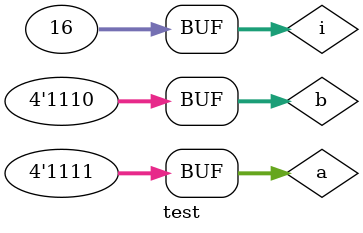
<source format=v>
`timescale 1ns/1ns
module test;
reg [3:0]a,b;
wire [3:0]sum;
wire co;

integer i;
rca rca1(a,b,sum,co);
initial 
begin
$monitor("a=%0d, b=%0d, co=%b, sum=%b", a, b, co, sum);
end
initial
for(i=0;i<=15;i=i+1) begin
a=i;
b=2*i;
#5;
end
endmodule

</source>
